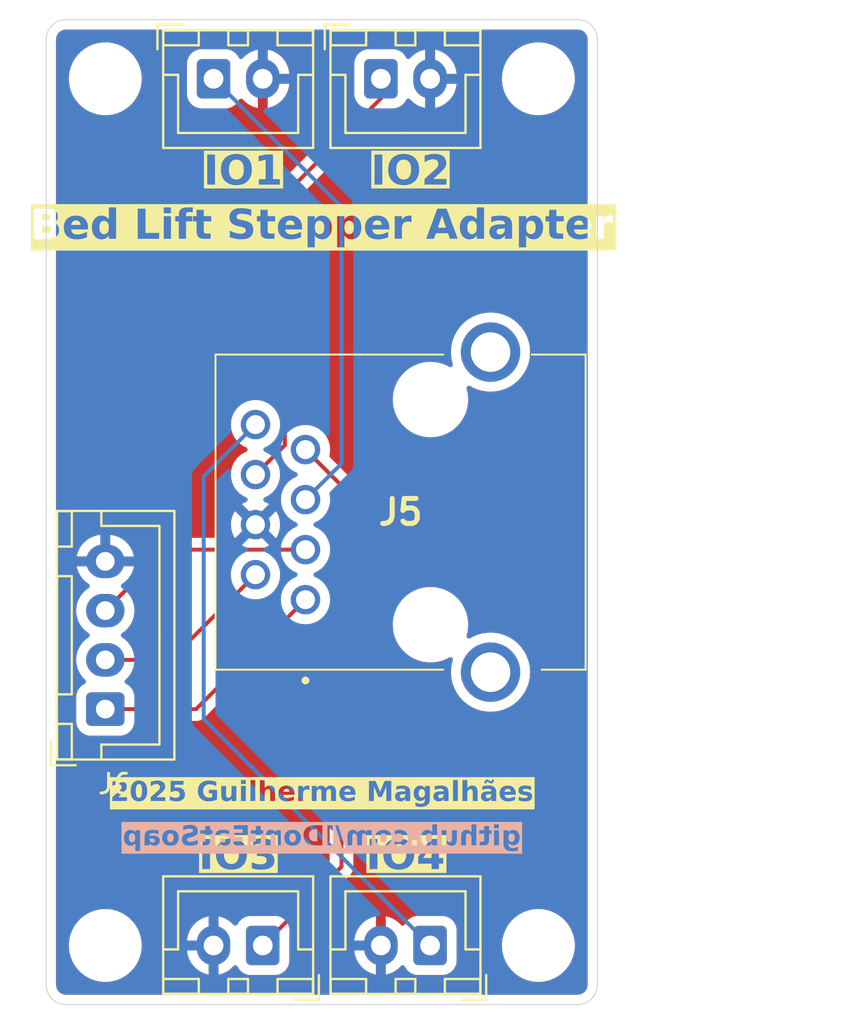
<source format=kicad_pcb>
(kicad_pcb (version 20240108) (generator "pcbnew") (generator_version "8.0")
  (layers (0 "F.Cu" signal) (31 "B.Cu" signal) (34 "B.Paste" user) (35 "F.Paste" user) (36 "B.SilkS" user "B.Silkscreen") (37 "F.SilkS" user "F.Silkscreen") (38 "B.Mask" user) (39 "F.Mask" user) (44 "Edge.Cuts" user))
  (net 0 "")
  (net 1 "M IO 2")
  (net 2 "M DIR")
  (net 3 "M EN")
  (net 4 "M IO 1")
  (net 5 "GND")
  (net 6 "M IO 3")
  (net 7 "M CLK")
  (net 8 "M IO 4")
  (footprint "Connector_JST:JST_XH_B2B-XH-A_1x02_P2.50mm_Vertical" (layer "F.Cu") (at 67 53)
    (property "Reference" "J2" (hide yes))
    (property "Value" "M IO 2")
    (fp_line (start -2.85 -2.75) (end -2.85 -1.5) (stroke (width 0.12)) (layer "F.SilkS"))
    (fp_line (start -2.56 -2.46) (end -2.56 3.51) (stroke (width 0.12)) (layer "F.SilkS"))
    (fp_line (start -2.56 3.51) (end 5.06 3.51) (stroke (width 0.12)) (layer "F.SilkS"))
    (fp_line (start -2.55 -2.45) (end -2.55 -1.7) (stroke (width 0.12)) (layer "F.SilkS"))
    (fp_line (start -2.55 -1.7) (end -0.75 -1.7) (stroke (width 0.12)) (layer "F.SilkS"))
    (fp_line (start -2.55 -0.2) (end -1.8 -0.2) (stroke (width 0.12)) (layer "F.SilkS"))
    (fp_line (start -1.8 -0.2) (end -1.8 2.75) (stroke (width 0.12)) (layer "F.SilkS"))
    (fp_line (start -1.8 2.75) (end 1.25 2.75) (stroke (width 0.12)) (layer "F.SilkS"))
    (fp_line (start -1.6 -2.75) (end -2.85 -2.75) (stroke (width 0.12)) (layer "F.SilkS"))
    (fp_line (start -0.75 -2.45) (end -2.55 -2.45) (stroke (width 0.12)) (layer "F.SilkS"))
    (fp_line (start -0.75 -1.7) (end -0.75 -2.45) (stroke (width 0.12)) (layer "F.SilkS"))
    (fp_line (start 0.75 -2.45) (end 0.75 -1.7) (stroke (width 0.12)) (layer "F.SilkS"))
    (fp_line (start 0.75 -1.7) (end 1.75 -1.7) (stroke (width 0.12)) (layer "F.SilkS"))
    (fp_line (start 1.75 -2.45) (end 0.75 -2.45) (stroke (width 0.12)) (layer "F.SilkS"))
    (fp_line (start 1.75 -1.7) (end 1.75 -2.45) (stroke (width 0.12)) (layer "F.SilkS"))
    (fp_line (start 3.25 -2.45) (end 3.25 -1.7) (stroke (width 0.12)) (layer "F.SilkS"))
    (fp_line (start 3.25 -1.7) (end 5.05 -1.7) (stroke (width 0.12)) (layer "F.SilkS"))
    (fp_line (start 4.3 -0.2) (end 4.3 2.75) (stroke (width 0.12)) (layer "F.SilkS"))
    (fp_line (start 4.3 2.75) (end 1.25 2.75) (stroke (width 0.12)) (layer "F.SilkS"))
    (fp_line (start 5.05 -2.45) (end 3.25 -2.45) (stroke (width 0.12)) (layer "F.SilkS"))
    (fp_line (start 5.05 -1.7) (end 5.05 -2.45) (stroke (width 0.12)) (layer "F.SilkS"))
    (fp_line (start 5.05 -0.2) (end 4.3 -0.2) (stroke (width 0.12)) (layer "F.SilkS"))
    (fp_line (start 5.06 -2.46) (end -2.56 -2.46) (stroke (width 0.12)) (layer "F.SilkS"))
    (fp_line (start 5.06 3.51) (end 5.06 -2.46) (stroke (width 0.12)) (layer "F.SilkS"))
    (pad "1" thru_hole roundrect (at 0 0) (size 1.7 2) (drill 1) (layers "*.Cu" "*.Mask") (roundrect_rratio 0.147059) (net 1 "M IO 2"))
    (pad "2" thru_hole oval (at 2.5 0) (size 1.7 2) (drill 1) (layers "*.Cu" "*.Mask") (net 5 "GND"))
  )
  (footprint "MountingHole:MountingHole_3.2mm_M3_DIN965" (layer "F.Cu") (at 75 53)
    (property "Reference" "REF**" (hide yes))
    (property "Value" "MountingHole_3.2mm_M3_DIN965" (hide yes))
    (pad "" np_thru_hole circle (at 0 0) (size 3.2 3.2) (drill 3.2) (layers "*.Cu" "*.Mask"))
  )
  (footprint "Connector_JST:JST_XH_B2B-XH-A_1x02_P2.50mm_Vertical" (layer "F.Cu") (at 61 97 180)
    (property "Reference" "J3" (hide yes))
    (property "Value" "M IO 3")
    (fp_line (start 5.06 3.51) (end 5.06 -2.46) (stroke (width 0.12)) (layer "F.SilkS"))
    (fp_line (start 5.06 -2.46) (end -2.56 -2.46) (stroke (width 0.12)) (layer "F.SilkS"))
    (fp_line (start 5.05 -0.2) (end 4.3 -0.2) (stroke (width 0.12)) (layer "F.SilkS"))
    (fp_line (start 5.05 -1.7) (end 5.05 -2.45) (stroke (width 0.12)) (layer "F.SilkS"))
    (fp_line (start 5.05 -2.45) (end 3.25 -2.45) (stroke (width 0.12)) (layer "F.SilkS"))
    (fp_line (start 4.3 2.75) (end 1.25 2.75) (stroke (width 0.12)) (layer "F.SilkS"))
    (fp_line (start 4.3 -0.2) (end 4.3 2.75) (stroke (width 0.12)) (layer "F.SilkS"))
    (fp_line (start 3.25 -1.7) (end 5.05 -1.7) (stroke (width 0.12)) (layer "F.SilkS"))
    (fp_line (start 3.25 -2.45) (end 3.25 -1.7) (stroke (width 0.12)) (layer "F.SilkS"))
    (fp_line (start 1.75 -1.7) (end 1.75 -2.45) (stroke (width 0.12)) (layer "F.SilkS"))
    (fp_line (start 1.75 -2.45) (end 0.75 -2.45) (stroke (width 0.12)) (layer "F.SilkS"))
    (fp_line (start 0.75 -1.7) (end 1.75 -1.7) (stroke (width 0.12)) (layer "F.SilkS"))
    (fp_line (start 0.75 -2.45) (end 0.75 -1.7) (stroke (width 0.12)) (layer "F.SilkS"))
    (fp_line (start -0.75 -1.7) (end -0.75 -2.45) (stroke (width 0.12)) (layer "F.SilkS"))
    (fp_line (start -0.75 -2.45) (end -2.55 -2.45) (stroke (width 0.12)) (layer "F.SilkS"))
    (fp_line (start -1.6 -2.75) (end -2.85 -2.75) (stroke (width 0.12)) (layer "F.SilkS"))
    (fp_line (start -1.8 2.75) (end 1.25 2.75) (stroke (width 0.12)) (layer "F.SilkS"))
    (fp_line (start -1.8 -0.2) (end -1.8 2.75) (stroke (width 0.12)) (layer "F.SilkS"))
    (fp_line (start -2.55 -0.2) (end -1.8 -0.2) (stroke (width 0.12)) (layer "F.SilkS"))
    (fp_line (start -2.55 -1.7) (end -0.75 -1.7) (stroke (width 0.12)) (layer "F.SilkS"))
    (fp_line (start -2.55 -2.45) (end -2.55 -1.7) (stroke (width 0.12)) (layer "F.SilkS"))
    (fp_line (start -2.56 3.51) (end 5.06 3.51) (stroke (width 0.12)) (layer "F.SilkS"))
    (fp_line (start -2.56 -2.46) (end -2.56 3.51) (stroke (width 0.12)) (layer "F.SilkS"))
    (fp_line (start -2.85 -2.75) (end -2.85 -1.5) (stroke (width 0.12)) (layer "F.SilkS"))
    (pad "1" thru_hole roundrect (at 0 0 180) (size 1.7 2) (drill 1) (layers "*.Cu" "*.Mask") (roundrect_rratio 0.147059) (net 6 "M IO 3"))
    (pad "2" thru_hole oval (at 2.5 0 180) (size 1.7 2) (drill 1) (layers "*.Cu" "*.Mask") (net 5 "GND"))
  )
  (footprint "MountingHole:MountingHole_3.2mm_M3_DIN965" (layer "F.Cu") (at 53 53)
    (property "Reference" "REF**" (hide yes))
    (property "Value" "MountingHole_3.2mm_M3_DIN965" (hide yes))
    (pad "" np_thru_hole circle (at 0 0) (size 3.2 3.2) (drill 3.2) (layers "*.Cu" "*.Mask"))
  )
  (footprint "Connector_JST:JST_XH_B2B-XH-A_1x02_P2.50mm_Vertical" (layer "F.Cu") (at 69.5 97 180)
    (property "Reference" "J4" (hide yes))
    (property "Value" "M IO 4")
    (fp_line (start 5.06 3.51) (end 5.06 -2.46) (stroke (width 0.12)) (layer "F.SilkS"))
    (fp_line (start 5.06 -2.46) (end -2.56 -2.46) (stroke (width 0.12)) (layer "F.SilkS"))
    (fp_line (start 5.05 -0.2) (end 4.3 -0.2) (stroke (width 0.12)) (layer "F.SilkS"))
    (fp_line (start 5.05 -1.7) (end 5.05 -2.45) (stroke (width 0.12)) (layer "F.SilkS"))
    (fp_line (start 5.05 -2.45) (end 3.25 -2.45) (stroke (width 0.12)) (layer "F.SilkS"))
    (fp_line (start 4.3 2.75) (end 1.25 2.75) (stroke (width 0.12)) (layer "F.SilkS"))
    (fp_line (start 4.3 -0.2) (end 4.3 2.75) (stroke (width 0.12)) (layer "F.SilkS"))
    (fp_line (start 3.25 -1.7) (end 5.05 -1.7) (stroke (width 0.12)) (layer "F.SilkS"))
    (fp_line (start 3.25 -2.45) (end 3.25 -1.7) (stroke (width 0.12)) (layer "F.SilkS"))
    (fp_line (start 1.75 -1.7) (end 1.75 -2.45) (stroke (width 0.12)) (layer "F.SilkS"))
    (fp_line (start 1.75 -2.45) (end 0.75 -2.45) (stroke (width 0.12)) (layer "F.SilkS"))
    (fp_line (start 0.75 -1.7) (end 1.75 -1.7) (stroke (width 0.12)) (layer "F.SilkS"))
    (fp_line (start 0.75 -2.45) (end 0.75 -1.7) (stroke (width 0.12)) (layer "F.SilkS"))
    (fp_line (start -0.75 -1.7) (end -0.75 -2.45) (stroke (width 0.12)) (layer "F.SilkS"))
    (fp_line (start -0.75 -2.45) (end -2.55 -2.45) (stroke (width 0.12)) (layer "F.SilkS"))
    (fp_line (start -1.6 -2.75) (end -2.85 -2.75) (stroke (width 0.12)) (layer "F.SilkS"))
    (fp_line (start -1.8 2.75) (end 1.25 2.75) (stroke (width 0.12)) (layer "F.SilkS"))
    (fp_line (start -1.8 -0.2) (end -1.8 2.75) (stroke (width 0.12)) (layer "F.SilkS"))
    (fp_line (start -2.55 -0.2) (end -1.8 -0.2) (stroke (width 0.12)) (layer "F.SilkS"))
    (fp_line (start -2.55 -1.7) (end -0.75 -1.7) (stroke (width 0.12)) (layer "F.SilkS"))
    (fp_line (start -2.55 -2.45) (end -2.55 -1.7) (stroke (width 0.12)) (layer "F.SilkS"))
    (fp_line (start -2.56 3.51) (end 5.06 3.51) (stroke (width 0.12)) (layer "F.SilkS"))
    (fp_line (start -2.56 -2.46) (end -2.56 3.51) (stroke (width 0.12)) (layer "F.SilkS"))
    (fp_line (start -2.85 -2.75) (end -2.85 -1.5) (stroke (width 0.12)) (layer "F.SilkS"))
    (pad "1" thru_hole roundrect (at 0 0 180) (size 1.7 2) (drill 1) (layers "*.Cu" "*.Mask") (roundrect_rratio 0.147059) (net 8 "M IO 4"))
    (pad "2" thru_hole oval (at 2.5 0 180) (size 1.7 2) (drill 1) (layers "*.Cu" "*.Mask") (net 5 "GND"))
  )
  (footprint "Connector_JST:JST_XH_B2B-XH-A_1x02_P2.50mm_Vertical" (layer "F.Cu") (at 58.5 53)
    (property "Reference" "J1" (hide yes))
    (property "Value" "M IO 1")
    (fp_line (start -2.85 -2.75) (end -2.85 -1.5) (stroke (width 0.12)) (layer "F.SilkS"))
    (fp_line (start -2.56 -2.46) (end -2.56 3.51) (stroke (width 0.12)) (layer "F.SilkS"))
    (fp_line (start -2.56 3.51) (end 5.06 3.51) (stroke (width 0.12)) (layer "F.SilkS"))
    (fp_line (start -2.55 -2.45) (end -2.55 -1.7) (stroke (width 0.12)) (layer "F.SilkS"))
    (fp_line (start -2.55 -1.7) (end -0.75 -1.7) (stroke (width 0.12)) (layer "F.SilkS"))
    (fp_line (start -2.55 -0.2) (end -1.8 -0.2) (stroke (width 0.12)) (layer "F.SilkS"))
    (fp_line (start -1.8 -0.2) (end -1.8 2.75) (stroke (width 0.12)) (layer "F.SilkS"))
    (fp_line (start -1.8 2.75) (end 1.25 2.75) (stroke (width 0.12)) (layer "F.SilkS"))
    (fp_line (start -1.6 -2.75) (end -2.85 -2.75) (stroke (width 0.12)) (layer "F.SilkS"))
    (fp_line (start -0.75 -2.45) (end -2.55 -2.45) (stroke (width 0.12)) (layer "F.SilkS"))
    (fp_line (start -0.75 -1.7) (end -0.75 -2.45) (stroke (width 0.12)) (layer "F.SilkS"))
    (fp_line (start 0.75 -2.45) (end 0.75 -1.7) (stroke (width 0.12)) (layer "F.SilkS"))
    (fp_line (start 0.75 -1.7) (end 1.75 -1.7) (stroke (width 0.12)) (layer "F.SilkS"))
    (fp_line (start 1.75 -2.45) (end 0.75 -2.45) (stroke (width 0.12)) (layer "F.SilkS"))
    (fp_line (start 1.75 -1.7) (end 1.75 -2.45) (stroke (width 0.12)) (layer "F.SilkS"))
    (fp_line (start 3.25 -2.45) (end 3.25 -1.7) (stroke (width 0.12)) (layer "F.SilkS"))
    (fp_line (start 3.25 -1.7) (end 5.05 -1.7) (stroke (width 0.12)) (layer "F.SilkS"))
    (fp_line (start 4.3 -0.2) (end 4.3 2.75) (stroke (width 0.12)) (layer "F.SilkS"))
    (fp_line (start 4.3 2.75) (end 1.25 2.75) (stroke (width 0.12)) (layer "F.SilkS"))
    (fp_line (start 5.05 -2.45) (end 3.25 -2.45) (stroke (width 0.12)) (layer "F.SilkS"))
    (fp_line (start 5.05 -1.7) (end 5.05 -2.45) (stroke (width 0.12)) (layer "F.SilkS"))
    (fp_line (start 5.05 -0.2) (end 4.3 -0.2) (stroke (width 0.12)) (layer "F.SilkS"))
    (fp_line (start 5.06 -2.46) (end -2.56 -2.46) (stroke (width 0.12)) (layer "F.SilkS"))
    (fp_line (start 5.06 3.51) (end 5.06 -2.46) (stroke (width 0.12)) (layer "F.SilkS"))
    (pad "1" thru_hole roundrect (at 0 0) (size 1.7 2) (drill 1) (layers "*.Cu" "*.Mask") (roundrect_rratio 0.147059) (net 4 "M IO 1"))
    (pad "2" thru_hole oval (at 2.5 0) (size 1.7 2) (drill 1) (layers "*.Cu" "*.Mask") (net 5 "GND"))
  )
  (footprint "SamacSys_Parts:RJ458N3S" (layer "F.Cu") (at 63.17 79.445 180)
    (property "Reference" "J5" (at -4.83 4.445 0) (layer "F.SilkS") (effects (font (size 1.27 1.27) (thickness 0.254))))
    (property "Value" "RJ45" (hide yes))
    (fp_line (start 4.57 12.445) (end -7 12.445) (stroke (width 0.1)) (layer "F.SilkS"))
    (fp_line (start 4.57 -3.555) (end 4.57 12.445) (stroke (width 0.1)) (layer "F.SilkS"))
    (fp_line (start 0.1 -4.1) (end 0.1 -4.1) (stroke (width 0.2)) (layer "F.SilkS"))
    (fp_line (start -0.1 -4.1) (end -0.1 -4.1) (stroke (width 0.2)) (layer "F.SilkS"))
    (fp_line (start -7 -3.555) (end 4.57 -3.555) (stroke (width 0.1)) (layer "F.SilkS"))
    (fp_line (start -12 -3.555) (end -14.23 -3.555) (stroke (width 0.1)) (layer "F.SilkS"))
    (fp_line (start -14.23 12.445) (end -11.5 12.445) (stroke (width 0.1)) (layer "F.SilkS"))
    (fp_line (start -14.23 -3.555) (end -14.23 12.445) (stroke (width 0.1)) (layer "F.SilkS"))
    (fp_arc (start 0.1 -4.1) (mid 0 -4) (end -0.1 -4.1) (stroke (width 0.2)) (layer "F.SilkS"))
    (fp_arc (start -0.1 -4.1) (mid 0 -4.2) (end 0.1 -4.1) (stroke (width 0.2)) (layer "F.SilkS"))
    (pad "" np_thru_hole circle (at -6.35 -1.27 180) (size 3.33 3.33) (drill 3.33) (layers "*.Cu" "*.Mask"))
    (pad "" np_thru_hole circle (at -6.35 10.16 180) (size 3.33 3.33) (drill 3.33) (layers "*.Cu" "*.Mask"))
    (pad "1" thru_hole circle (at 0 0 180) (size 1.493 1.493) (drill 0.96) (layers "*.Cu" "*.Mask") (net 3 "M EN"))
    (pad "2" thru_hole circle (at 2.54 1.27 180) (size 1.493 1.493) (drill 0.96) (layers "*.Cu" "*.Mask") (net 7 "M CLK"))
    (pad "3" thru_hole circle (at 0 2.54 180) (size 1.493 1.493) (drill 0.96) (layers "*.Cu" "*.Mask") (net 2 "M DIR"))
    (pad "4" thru_hole circle (at 2.54 3.81 180) (size 1.493 1.493) (drill 0.96) (layers "*.Cu" "*.Mask") (net 5 "GND"))
    (pad "5" thru_hole circle (at 0 5.08 180) (size 1.493 1.493) (drill 0.96) (layers "*.Cu" "*.Mask") (net 4 "M IO 1"))
    (pad "6" thru_hole circle (at 2.54 6.35 180) (size 1.493 1.493) (drill 0.96) (layers "*.Cu" "*.Mask") (net 1 "M IO 2"))
    (pad "7" thru_hole circle (at 0 7.62 180) (size 1.493 1.493) (drill 0.96) (layers "*.Cu" "*.Mask") (net 6 "M IO 3"))
    (pad "8" thru_hole circle (at 2.54 8.89 180) (size 1.493 1.493) (drill 0.96) (layers "*.Cu" "*.Mask") (net 8 "M IO 4"))
    (pad "MH3" thru_hole circle (at -9.4 -3.68 180) (size 3.015 3.015) (drill 2.01) (layers "*.Cu" "*.Mask"))
    (pad "MH4" thru_hole circle (at -9.4 12.57 180) (size 3.015 3.015) (drill 2.01) (layers "*.Cu" "*.Mask"))
  )
  (footprint "MountingHole:MountingHole_3.2mm_M3_DIN965" (layer "F.Cu") (at 53 97)
    (property "Reference" "REF**" (hide yes))
    (property "Value" "MountingHole_3.2mm_M3_DIN965" (hide yes))
    (pad "" np_thru_hole circle (at 0 0) (size 3.2 3.2) (drill 3.2) (layers "*.Cu" "*.Mask"))
  )
  (footprint "Connector_JST:JST_XH_B4B-XH-A_1x04_P2.50mm_Vertical" (layer "F.Cu") (at 53 85 90)
    (property "Reference" "J6" (at -3.8 0.5 0) (layer "F.SilkS"))
    (property "Value" "MKS TMC2161-OC Out")
    (fp_line (start -1.6 -2.75) (end -2.85 -2.75) (stroke (width 0.12)) (layer "F.SilkS"))
    (fp_line (start -2.85 -2.75) (end -2.85 -1.5) (stroke (width 0.12)) (layer "F.SilkS"))
    (fp_line (start 10.06 -2.46) (end -2.56 -2.46) (stroke (width 0.12)) (layer "F.SilkS"))
    (fp_line (start -2.56 -2.46) (end -2.56 3.51) (stroke (width 0.12)) (layer "F.SilkS"))
    (fp_line (start 10.05 -2.45) (end 8.25 -2.45) (stroke (width 0.12)) (layer "F.SilkS"))
    (fp_line (start 8.25 -2.45) (end 8.25 -1.7) (stroke (width 0.12)) (layer "F.SilkS"))
    (fp_line (start 6.75 -2.45) (end 0.75 -2.45) (stroke (width 0.12)) (layer "F.SilkS"))
    (fp_line (start 0.75 -2.45) (end 0.75 -1.7) (stroke (width 0.12)) (layer "F.SilkS"))
    (fp_line (start -0.75 -2.45) (end -2.55 -2.45) (stroke (width 0.12)) (layer "F.SilkS"))
    (fp_line (start -2.55 -2.45) (end -2.55 -1.7) (stroke (width 0.12)) (layer "F.SilkS"))
    (fp_line (start 10.05 -1.7) (end 10.05 -2.45) (stroke (width 0.12)) (layer "F.SilkS"))
    (fp_line (start 8.25 -1.7) (end 10.05 -1.7) (stroke (width 0.12)) (layer "F.SilkS"))
    (fp_line (start 6.75 -1.7) (end 6.75 -2.45) (stroke (width 0.12)) (layer "F.SilkS"))
    (fp_line (start 0.75 -1.7) (end 6.75 -1.7) (stroke (width 0.12)) (layer "F.SilkS"))
    (fp_line (start -0.75 -1.7) (end -0.75 -2.45) (stroke (width 0.12)) (layer "F.SilkS"))
    (fp_line (start -2.55 -1.7) (end -0.75 -1.7) (stroke (width 0.12)) (layer "F.SilkS"))
    (fp_line (start 10.05 -0.2) (end 9.3 -0.2) (stroke (width 0.12)) (layer "F.SilkS"))
    (fp_line (start 9.3 -0.2) (end 9.3 2.75) (stroke (width 0.12)) (layer "F.SilkS"))
    (fp_line (start -1.8 -0.2) (end -1.8 2.75) (stroke (width 0.12)) (layer "F.SilkS"))
    (fp_line (start -2.55 -0.2) (end -1.8 -0.2) (stroke (width 0.12)) (layer "F.SilkS"))
    (fp_line (start 9.3 2.75) (end 3.75 2.75) (stroke (width 0.12)) (layer "F.SilkS"))
    (fp_line (start -1.8 2.75) (end 3.75 2.75) (stroke (width 0.12)) (layer "F.SilkS"))
    (fp_line (start 10.06 3.51) (end 10.06 -2.46) (stroke (width 0.12)) (layer "F.SilkS"))
    (fp_line (start -2.56 3.51) (end 10.06 3.51) (stroke (width 0.12)) (layer "F.SilkS"))
    (pad "1" thru_hole roundrect (at 0 0 90) (size 1.7 1.95) (drill 0.95) (layers "*.Cu" "*.Mask") (roundrect_rratio 0.147059) (net 3 "M EN"))
    (pad "2" thru_hole oval (at 2.5 0 90) (size 1.7 1.95) (drill 0.95) (layers "*.Cu" "*.Mask") (net 7 "M CLK"))
    (pad "3" thru_hole oval (at 5 0 90) (size 1.7 1.95) (drill 0.95) (layers "*.Cu" "*.Mask") (net 2 "M DIR"))
    (pad "4" thru_hole oval (at 7.5 0 90) (size 1.7 1.95) (drill 0.95) (layers "*.Cu" "*.Mask") (net 5 "GND"))
  )
  (footprint "MountingHole:MountingHole_3.2mm_M3_DIN965" (layer "F.Cu") (at 75 97)
    (property "Reference" "REF**" (hide yes))
    (property "Value" "MountingHole_3.2mm_M3_DIN965" (hide yes))
    (pad "" np_thru_hole circle (at 0 0) (size 3.2 3.2) (drill 3.2) (layers "*.Cu" "*.Mask"))
  )
  (gr_arc (start 77 50) (mid 77.707107 50.292893) (end 78 51) (stroke (width 0.05)) (layer "Edge.Cuts"))
  (gr_arc (start 50 51) (mid 50.292893 50.292893) (end 51 50) (stroke (width 0.05)) (layer "Edge.Cuts"))
  (gr_line (start 50 99) (end 50 51) (stroke (width 0.05)) (layer "Edge.Cuts"))
  (gr_line (start 77 100) (end 51 100) (stroke (width 0.05)) (layer "Edge.Cuts"))
  (gr_line (start 78 51) (end 78 99) (stroke (width 0.05)) (layer "Edge.Cuts"))
  (gr_line (start 51 50) (end 77 50) (stroke (width 0.05)) (layer "Edge.Cuts"))
  (gr_arc (start 78 99) (mid 77.707107 99.707107) (end 77 100) (stroke (width 0.05)) (layer "Edge.Cuts"))
  (gr_arc (start 51 100) (mid 50.292893 99.707107) (end 50 99) (stroke (width 0.05)) (layer "Edge.Cuts"))
  (gr_text "github.com/IDontEatSoap" (at 64 91.5 -0) (layer "B.SilkS" knockout) (effects (font (size 1 1) (thickness 0.25) (bold yes)) (justify mirror)))
  (gr_text "IO1\n" (at 60 57.75 0) (layer "F.SilkS" knockout) (effects (font (size 1.5 1.5) (thickness 0.3) (bold yes))))
  (gr_text "Bed Lift Stepper Adapter" (at 64 60.5 0) (layer "F.SilkS" knockout) (effects (font (size 1.5 1.5) (thickness 0.3) (bold yes))))
  (gr_text "2025 Guilherme Magalhães" (at 64 89.25 0) (layer "F.SilkS" knockout) (effects (font (size 1 1) (thickness 0.25) (bold yes))))
  (gr_text "IO4" (at 68.25 92.5 0) (layer "F.SilkS" knockout) (effects (font (size 1.5 1.5) (thickness 0.3) (bold yes))))
  (gr_text "IO2" (at 68.5 57.75 0) (layer "F.SilkS" knockout) (effects (font (size 1.5 1.5) (thickness 0.3) (bold yes))))
  (gr_text "IO3\n" (at 59.75 92.5 0) (layer "F.SilkS" knockout) (effects (font (size 1.5 1.5) (thickness 0.3) (bold yes))))
  (segment (start 67 54) (end 62.1235 58.8765) (width 0.2) (layer "F.Cu") (net 1))
  (segment (start 62.1235 71.6015) (end 60.63 73.095) (width 0.2) (layer "F.Cu") (net 1))
  (segment (start 67 53) (end 67 54) (width 0.2) (layer "F.Cu") (net 1))
  (segment (start 62.1235 58.8765) (end 62.1235 71.6015) (width 0.2) (layer "F.Cu") (net 1))
  (segment (start 56.095 76.905) (end 63.17 76.905) (width 0.2) (layer "F.Cu") (net 2))
  (segment (start 53 80) (end 56.095 76.905) (width 0.2) (layer "F.Cu") (net 2))
  (segment (start 53 85) (end 57.615 85) (width 0.2) (layer "F.Cu") (net 3))
  (segment (start 57.615 85) (end 63.17 79.445) (width 0.2) (layer "F.Cu") (net 3))
  (segment (start 58.5 53) (end 65 59.5) (width 0.2) (layer "B.Cu") (net 4))
  (segment (start 65 72.535) (end 63.17 74.365) (width 0.2) (layer "B.Cu") (net 4))
  (segment (start 65 59.5) (end 65 72.535) (width 0.2) (layer "B.Cu") (net 4))
  (segment (start 61 97) (end 65 93) (width 0.2) (layer "F.Cu") (net 6))
  (segment (start 65 93) (end 65 73.655) (width 0.2) (layer "F.Cu") (net 6))
  (segment (start 65 73.655) (end 63.17 71.825) (width 0.2) (layer "F.Cu") (net 6))
  (segment (start 56.305 82.5) (end 60.63 78.175) (width 0.2) (layer "F.Cu") (net 7))
  (segment (start 53 82.5) (end 56.305 82.5) (width 0.2) (layer "F.Cu") (net 7))
  (segment (start 58 73.185) (end 60.63 70.555) (width 0.2) (layer "B.Cu") (net 8))
  (segment (start 69.5 97) (end 58 85.5) (width 0.2) (layer "B.Cu") (net 8))
  (segment (start 58 85.5) (end 58 73.185) (width 0.2) (layer "B.Cu") (net 8))
  (zone (net 5) (net_name "GND") (layers "F&B.Cu") (connect_pads (clearance 0.5)) (min_thickness 0.25) (fill yes (thermal_gap 0.5) (thermal_bridge_width 0.5))
    (polygon (pts (xy 48 49) (xy 91 49) (xy 91 101) (xy 48 101)))
  )
)
</source>
